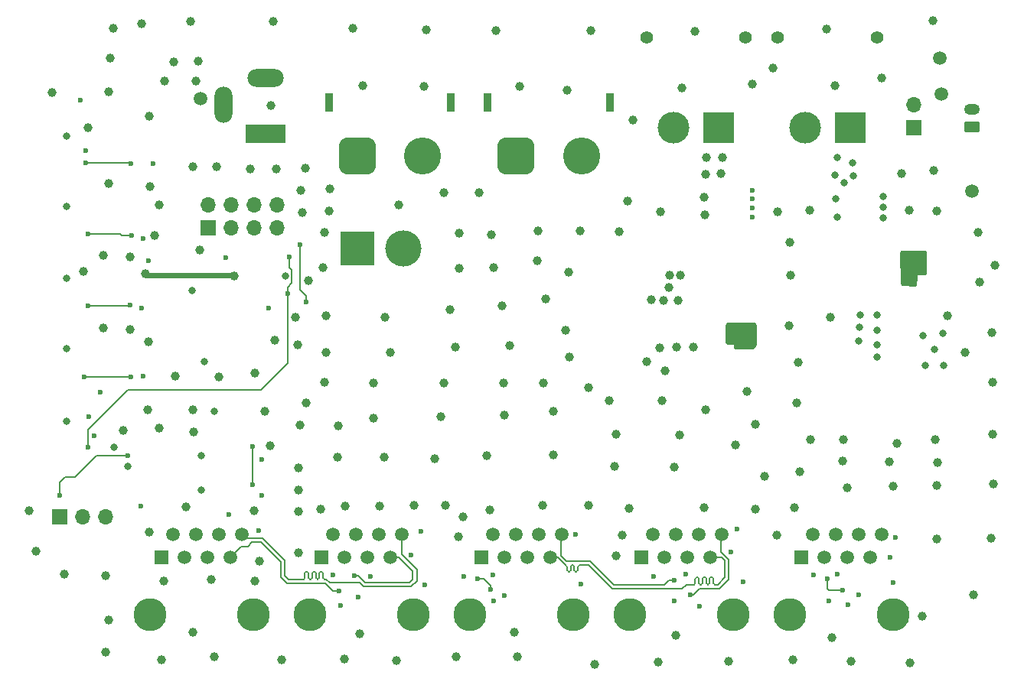
<source format=gbl>
%TF.GenerationSoftware,KiCad,Pcbnew,8.0.5*%
%TF.CreationDate,2024-10-13T14:48:05-04:00*%
%TF.ProjectId,mainBoard,6d61696e-426f-4617-9264-2e6b69636164,rev?*%
%TF.SameCoordinates,Original*%
%TF.FileFunction,Copper,L4,Bot*%
%TF.FilePolarity,Positive*%
%FSLAX46Y46*%
G04 Gerber Fmt 4.6, Leading zero omitted, Abs format (unit mm)*
G04 Created by KiCad (PCBNEW 8.0.5) date 2024-10-13 14:48:05*
%MOMM*%
%LPD*%
G01*
G04 APERTURE LIST*
G04 Aperture macros list*
%AMRoundRect*
0 Rectangle with rounded corners*
0 $1 Rounding radius*
0 $2 $3 $4 $5 $6 $7 $8 $9 X,Y pos of 4 corners*
0 Add a 4 corners polygon primitive as box body*
4,1,4,$2,$3,$4,$5,$6,$7,$8,$9,$2,$3,0*
0 Add four circle primitives for the rounded corners*
1,1,$1+$1,$2,$3*
1,1,$1+$1,$4,$5*
1,1,$1+$1,$6,$7*
1,1,$1+$1,$8,$9*
0 Add four rect primitives between the rounded corners*
20,1,$1+$1,$2,$3,$4,$5,0*
20,1,$1+$1,$4,$5,$6,$7,0*
20,1,$1+$1,$6,$7,$8,$9,0*
20,1,$1+$1,$8,$9,$2,$3,0*%
G04 Aperture macros list end*
%TA.AperFunction,ComponentPad*%
%ADD10R,4.500000X2.000000*%
%TD*%
%TA.AperFunction,ComponentPad*%
%ADD11O,4.000000X2.000000*%
%TD*%
%TA.AperFunction,ComponentPad*%
%ADD12O,2.000000X4.000000*%
%TD*%
%TA.AperFunction,ComponentPad*%
%ADD13RoundRect,0.250000X0.625000X-0.350000X0.625000X0.350000X-0.625000X0.350000X-0.625000X-0.350000X0*%
%TD*%
%TA.AperFunction,ComponentPad*%
%ADD14O,1.750000X1.200000*%
%TD*%
%TA.AperFunction,ComponentPad*%
%ADD15R,0.900000X2.000000*%
%TD*%
%TA.AperFunction,ComponentPad*%
%ADD16RoundRect,1.025000X-1.025000X-1.025000X1.025000X-1.025000X1.025000X1.025000X-1.025000X1.025000X0*%
%TD*%
%TA.AperFunction,ComponentPad*%
%ADD17C,4.100000*%
%TD*%
%TA.AperFunction,ComponentPad*%
%ADD18C,1.400000*%
%TD*%
%TA.AperFunction,ComponentPad*%
%ADD19R,3.500000X3.500000*%
%TD*%
%TA.AperFunction,ComponentPad*%
%ADD20C,3.500000*%
%TD*%
%TA.AperFunction,WasherPad*%
%ADD21C,3.650000*%
%TD*%
%TA.AperFunction,ComponentPad*%
%ADD22R,1.500000X1.500000*%
%TD*%
%TA.AperFunction,ComponentPad*%
%ADD23C,1.500000*%
%TD*%
%TA.AperFunction,ComponentPad*%
%ADD24R,1.700000X1.700000*%
%TD*%
%TA.AperFunction,ComponentPad*%
%ADD25O,1.700000X1.700000*%
%TD*%
%TA.AperFunction,ComponentPad*%
%ADD26R,3.800000X3.800000*%
%TD*%
%TA.AperFunction,ComponentPad*%
%ADD27C,4.000000*%
%TD*%
%TA.AperFunction,ViaPad*%
%ADD28C,0.800000*%
%TD*%
%TA.AperFunction,ViaPad*%
%ADD29C,0.600000*%
%TD*%
%TA.AperFunction,ViaPad*%
%ADD30C,1.000000*%
%TD*%
%TA.AperFunction,ViaPad*%
%ADD31C,1.500000*%
%TD*%
%TA.AperFunction,Conductor*%
%ADD32C,0.200000*%
%TD*%
%TA.AperFunction,Conductor*%
%ADD33C,0.600000*%
%TD*%
G04 APERTURE END LIST*
D10*
%TO.P,J5,1*%
%TO.N,+12V*%
X43075000Y-34095000D03*
D11*
%TO.P,J5,2*%
%TO.N,GND*%
X43075000Y-27895000D03*
D12*
%TO.P,J5,3*%
%TO.N,N/C*%
X38375000Y-30895000D03*
%TD*%
D13*
%TO.P,J21,1,Pin_1*%
%TO.N,+5V*%
X121246571Y-33355001D03*
D14*
%TO.P,J21,2,Pin_2*%
%TO.N,GND*%
X121246571Y-31355001D03*
%TD*%
D15*
%TO.P,J2,*%
%TO.N,*%
X67645000Y-30575000D03*
X81145000Y-30575000D03*
D16*
%TO.P,J2,1,Pin_1*%
%TO.N,+12V*%
X70795000Y-36575000D03*
D17*
%TO.P,J2,2,Pin_2*%
%TO.N,GND*%
X77995000Y-36575000D03*
%TD*%
D18*
%TO.P,J4,*%
%TO.N,*%
X85195000Y-23375000D03*
X96195000Y-23375000D03*
D19*
%TO.P,J4,1,Pin_1*%
%TO.N,+3V3*%
X93195000Y-33375000D03*
D20*
%TO.P,J4,2,Pin_2*%
%TO.N,GND*%
X88195000Y-33375000D03*
%TD*%
D18*
%TO.P,J3,*%
%TO.N,*%
X99745000Y-23375000D03*
X110745000Y-23375000D03*
D19*
%TO.P,J3,1,Pin_1*%
%TO.N,+5V*%
X107745000Y-33375000D03*
D20*
%TO.P,J3,2,Pin_2*%
%TO.N,GND*%
X102745000Y-33375000D03*
%TD*%
D21*
%TO.P,J11,*%
%TO.N,*%
X101030000Y-87345000D03*
X112460000Y-87345000D03*
D22*
%TO.P,J11,1*%
%TO.N,+12V*%
X102300000Y-80995000D03*
D23*
%TO.P,J11,2*%
X103570000Y-78455000D03*
%TO.P,J11,3*%
X104840000Y-80995000D03*
%TO.P,J11,4*%
%TO.N,GND*%
X106110000Y-78455000D03*
%TO.P,J11,5*%
X107380000Y-80995000D03*
%TO.P,J11,6*%
X108650000Y-78455000D03*
%TO.P,J11,7*%
%TO.N,CANP*%
X109920000Y-80995000D03*
%TO.P,J11,8*%
%TO.N,CANN*%
X111190000Y-78455000D03*
%TD*%
D24*
%TO.P,J22,1,Pin_1*%
%TO.N,+5V*%
X114775000Y-33375000D03*
D25*
%TO.P,J22,2,Pin_2*%
%TO.N,GND*%
X114775000Y-30835000D03*
%TD*%
D21*
%TO.P,J7,*%
%TO.N,*%
X30290000Y-87345000D03*
X41720000Y-87345000D03*
D22*
%TO.P,J7,1*%
%TO.N,+12V*%
X31560000Y-80995000D03*
D23*
%TO.P,J7,2*%
X32830000Y-78455000D03*
%TO.P,J7,3*%
X34100000Y-80995000D03*
%TO.P,J7,4*%
%TO.N,GND*%
X35370000Y-78455000D03*
%TO.P,J7,5*%
X36640000Y-80995000D03*
%TO.P,J7,6*%
X37910000Y-78455000D03*
%TO.P,J7,7*%
%TO.N,CANP*%
X39180000Y-80995000D03*
%TO.P,J7,8*%
%TO.N,CANN*%
X40450000Y-78455000D03*
%TD*%
D24*
%TO.P,J23,1,Pin_1*%
%TO.N,unconnected-(J23-Pin_1-Pad1)*%
X36725000Y-44475000D03*
D25*
%TO.P,J23,2,Pin_2*%
%TO.N,unconnected-(J23-Pin_2-Pad2)*%
X36725000Y-41935000D03*
%TO.P,J23,3,Pin_3*%
%TO.N,SDA1*%
X39265000Y-44475000D03*
%TO.P,J23,4,Pin_4*%
%TO.N,unconnected-(J23-Pin_4-Pad4)*%
X39265000Y-41935000D03*
%TO.P,J23,5,Pin_5*%
%TO.N,SCL1*%
X41805000Y-44475000D03*
%TO.P,J23,6,Pin_6*%
%TO.N,GND*%
X41805000Y-41935000D03*
%TO.P,J23,7,Pin_7*%
%TO.N,GPIO_GCLK*%
X44345000Y-44475000D03*
%TO.P,J23,8,Pin_8*%
%TO.N,unconnected-(J23-Pin_8-Pad8)*%
X44345000Y-41935000D03*
%TD*%
D26*
%TO.P,J6,1,Pin_1*%
%TO.N,+12V*%
X53266571Y-46775001D03*
D27*
%TO.P,J6,2,Pin_2*%
%TO.N,GND*%
X58266571Y-46775001D03*
%TD*%
D24*
%TO.P,J12,1,Pin_1*%
%TO.N,C_TX*%
X20296571Y-76475001D03*
D25*
%TO.P,J12,2,Pin_2*%
%TO.N,C_RX*%
X22836571Y-76475001D03*
%TO.P,J12,3,Pin_3*%
%TO.N,GND*%
X25376571Y-76475001D03*
%TD*%
D21*
%TO.P,J9,*%
%TO.N,*%
X65660000Y-87345000D03*
X77090000Y-87345000D03*
D22*
%TO.P,J9,1*%
%TO.N,+12V*%
X66930000Y-80995000D03*
D23*
%TO.P,J9,2*%
X68200000Y-78455000D03*
%TO.P,J9,3*%
X69470000Y-80995000D03*
%TO.P,J9,4*%
%TO.N,GND*%
X70740000Y-78455000D03*
%TO.P,J9,5*%
X72010000Y-80995000D03*
%TO.P,J9,6*%
X73280000Y-78455000D03*
%TO.P,J9,7*%
%TO.N,CANP*%
X74550000Y-80995000D03*
%TO.P,J9,8*%
%TO.N,CANN*%
X75820000Y-78455000D03*
%TD*%
D21*
%TO.P,J10,*%
%TO.N,*%
X83345000Y-87345000D03*
X94775000Y-87345000D03*
D22*
%TO.P,J10,1*%
%TO.N,+12V*%
X84615000Y-80995000D03*
D23*
%TO.P,J10,2*%
X85885000Y-78455000D03*
%TO.P,J10,3*%
X87155000Y-80995000D03*
%TO.P,J10,4*%
%TO.N,GND*%
X88425000Y-78455000D03*
%TO.P,J10,5*%
X89695000Y-80995000D03*
%TO.P,J10,6*%
X90965000Y-78455000D03*
%TO.P,J10,7*%
%TO.N,CANP*%
X92235000Y-80995000D03*
%TO.P,J10,8*%
%TO.N,CANN*%
X93505000Y-78455000D03*
%TD*%
D21*
%TO.P,J8,*%
%TO.N,*%
X47975000Y-87345000D03*
X59405000Y-87345000D03*
D22*
%TO.P,J8,1*%
%TO.N,+12V*%
X49245000Y-80995000D03*
D23*
%TO.P,J8,2*%
X50515000Y-78455000D03*
%TO.P,J8,3*%
X51785000Y-80995000D03*
%TO.P,J8,4*%
%TO.N,GND*%
X53055000Y-78455000D03*
%TO.P,J8,5*%
X54325000Y-80995000D03*
%TO.P,J8,6*%
X55595000Y-78455000D03*
%TO.P,J8,7*%
%TO.N,CANP*%
X56865000Y-80995000D03*
%TO.P,J8,8*%
%TO.N,CANN*%
X58135000Y-78455000D03*
%TD*%
D15*
%TO.P,J1,*%
%TO.N,*%
X50095000Y-30575000D03*
X63595000Y-30575000D03*
D16*
%TO.P,J1,1,Pin_1*%
%TO.N,+12V*%
X53245000Y-36575000D03*
D17*
%TO.P,J1,2,Pin_2*%
%TO.N,GND*%
X60445000Y-36575000D03*
%TD*%
D28*
%TO.N,GND*%
X108685786Y-57014215D03*
X108785786Y-55514215D03*
X108885786Y-54114215D03*
D29*
X112485786Y-83814215D03*
X60685786Y-84014215D03*
X77985786Y-83914215D03*
X95885786Y-83714215D03*
X24785786Y-62714215D03*
D28*
X113885786Y-47814215D03*
D29*
X23185786Y-35914215D03*
D28*
X110685786Y-54114215D03*
D29*
X88285786Y-85814215D03*
D30*
X117334539Y-42613628D03*
X27285786Y-66914215D03*
X79017272Y-22666952D03*
X114355115Y-92696085D03*
D31*
X117785786Y-29714215D03*
D30*
X114252727Y-42520240D03*
D28*
X21050000Y-65950001D03*
D30*
X123292711Y-78866952D03*
X35627875Y-26009177D03*
X44885786Y-92314215D03*
X113385786Y-38514215D03*
D31*
X121185786Y-40414215D03*
D30*
X105085786Y-22514215D03*
X96885786Y-28614215D03*
X47785786Y-50314215D03*
X83685786Y-32514215D03*
X41885817Y-60610179D03*
X60806561Y-22573563D03*
X19485786Y-29514215D03*
D29*
X68185786Y-82914215D03*
D30*
X46585786Y-57414215D03*
X105685786Y-89914215D03*
X76385786Y-29214215D03*
D29*
X51385786Y-86314215D03*
D30*
X25385786Y-91514215D03*
X96322181Y-62598717D03*
D29*
X30085786Y-48114215D03*
D28*
X110685786Y-58814215D03*
D29*
X96885786Y-43314215D03*
D30*
X101185786Y-49714215D03*
X43885786Y-21614215D03*
X86785786Y-42714215D03*
D29*
X42685786Y-74114215D03*
D30*
X88985786Y-49764215D03*
D29*
X29485786Y-60914215D03*
D30*
X25085786Y-47514215D03*
D28*
X96685786Y-55814215D03*
D29*
X103730011Y-82927164D03*
D30*
X122066572Y-50495001D03*
X25685786Y-87914215D03*
X87685786Y-51114215D03*
X34985786Y-64614215D03*
D29*
X22585786Y-30314215D03*
D28*
X35985786Y-73514215D03*
D30*
X43585786Y-68614215D03*
X117285786Y-78914215D03*
X87135786Y-52514215D03*
D29*
X91085786Y-86414215D03*
X112754531Y-78756481D03*
D28*
X21050000Y-34314215D03*
D30*
X37385786Y-92014215D03*
D28*
X110685786Y-57414215D03*
D29*
X23485786Y-65414215D03*
X24085786Y-67514215D03*
X107485786Y-86214215D03*
X42285786Y-78014215D03*
D30*
X76579902Y-49412294D03*
D29*
X112144395Y-80960444D03*
D30*
X35785786Y-46914215D03*
X121385786Y-85114215D03*
D29*
X54685786Y-83114215D03*
D28*
X115385786Y-47814215D03*
D30*
X53485786Y-89414215D03*
X123385786Y-56114215D03*
X30015673Y-64617510D03*
D29*
X108685786Y-85114215D03*
D30*
X31585786Y-92314215D03*
X34985786Y-89314215D03*
X123585786Y-72814215D03*
D28*
X37385786Y-64814215D03*
D30*
X42985786Y-64814215D03*
D28*
X21050000Y-50050001D03*
D29*
X96885786Y-40314215D03*
D30*
X31292577Y-41910081D03*
X34788591Y-21602326D03*
X30785786Y-45314215D03*
X100972916Y-55370465D03*
X17685786Y-80314215D03*
X47136083Y-42761811D03*
X33085786Y-60914215D03*
X106035227Y-28711232D03*
D29*
X85985786Y-83114215D03*
X38685786Y-47814215D03*
X106285786Y-82814215D03*
D30*
X86485786Y-92614215D03*
X30285786Y-39914215D03*
X37685786Y-37714215D03*
X44085786Y-56914215D03*
X79485786Y-92814215D03*
X103251590Y-42520240D03*
X70929573Y-91967657D03*
D29*
X30585786Y-37414215D03*
D30*
X77885786Y-44814215D03*
X68585786Y-22614215D03*
D29*
X50550255Y-82914204D03*
D28*
X34921571Y-51450000D03*
D30*
X46385786Y-54414215D03*
X123535520Y-61608801D03*
X16885786Y-75814215D03*
X99685786Y-42714215D03*
D28*
X110685786Y-55814215D03*
D30*
X123785786Y-48614215D03*
X83085786Y-41514215D03*
X41785786Y-75814215D03*
X87225001Y-60353430D03*
X115685786Y-87514215D03*
X85735786Y-52464215D03*
X35085786Y-67114215D03*
D29*
X96885786Y-42314215D03*
D28*
X36257500Y-59342501D03*
D29*
X69485786Y-85214215D03*
D30*
X20813816Y-82809544D03*
D29*
X59185786Y-80714215D03*
X95185086Y-77872406D03*
D30*
X89085786Y-29014215D03*
X101785786Y-63914215D03*
D28*
X21050000Y-57850001D03*
D30*
X26178193Y-22386787D03*
D28*
X111385786Y-43414215D03*
X113985786Y-49014215D03*
X96585786Y-57014215D03*
D29*
X43385786Y-53414215D03*
D30*
X29390749Y-21863813D03*
X121885786Y-45014215D03*
X60585786Y-28814215D03*
X30185786Y-32114215D03*
X71185786Y-28814215D03*
D28*
X26285786Y-68814215D03*
D30*
X22885786Y-49314215D03*
X118485786Y-54214215D03*
D31*
X117635001Y-25663430D03*
D28*
X35985786Y-69714215D03*
D30*
X90560061Y-22704307D03*
X101385786Y-92314215D03*
D29*
X60220521Y-78071634D03*
D30*
X111185786Y-27914215D03*
D28*
X115285786Y-49014215D03*
D30*
X28085786Y-47714215D03*
X64121568Y-91967657D03*
D29*
X53285786Y-85414215D03*
D30*
X123516842Y-67361518D03*
X28085786Y-55714215D03*
X46985786Y-40314215D03*
D29*
X94574950Y-80350308D03*
D30*
X35385786Y-28214215D03*
X99185786Y-26814215D03*
X34985786Y-37714215D03*
X57585786Y-92414215D03*
D28*
X111385786Y-42214215D03*
D30*
X25085786Y-55614215D03*
X94285786Y-92514215D03*
D28*
X95685786Y-55814215D03*
D30*
X82185786Y-44914215D03*
X31285786Y-66714215D03*
X37892950Y-61008636D03*
X32885786Y-26114215D03*
D29*
X42685786Y-70114215D03*
D30*
X53785786Y-28714215D03*
X34285786Y-75414215D03*
D28*
X111385786Y-41014215D03*
D30*
X105585786Y-54414215D03*
X31885786Y-28214215D03*
D28*
X95585786Y-57014215D03*
D30*
X87735786Y-49764215D03*
X116985786Y-38114215D03*
X107799259Y-92499970D03*
D29*
X68285786Y-85814215D03*
D30*
X25685786Y-29414215D03*
D31*
X35841571Y-30170000D03*
D30*
X30085786Y-57114215D03*
D28*
X45285786Y-49814215D03*
D30*
X23385786Y-33414215D03*
X25685786Y-39614215D03*
D29*
X96885786Y-41314215D03*
D30*
X52685786Y-22414215D03*
X43685786Y-30914215D03*
X101985786Y-59414215D03*
D29*
X105385786Y-85814215D03*
D30*
X70585786Y-89314215D03*
X88735786Y-52564215D03*
D29*
X38985786Y-76214215D03*
D30*
X25885786Y-25714215D03*
D29*
X89585786Y-82814215D03*
D30*
X25385786Y-83014215D03*
D29*
X64985786Y-83114215D03*
X29252973Y-75269986D03*
X29485786Y-45714215D03*
D28*
X27785786Y-70914215D03*
D30*
X51785786Y-92214215D03*
D28*
X21050000Y-42150001D03*
D30*
X116885786Y-21514215D03*
X120485786Y-58314215D03*
D29*
X29385786Y-53414215D03*
D30*
X101085786Y-46114215D03*
D29*
X77391509Y-78445187D03*
D30*
X88485786Y-89614215D03*
D28*
%TO.N,+5V*%
X106285786Y-36714215D03*
X106285786Y-43314215D03*
X107985786Y-37314215D03*
X108085786Y-38714215D03*
X106085786Y-38614215D03*
X107085786Y-39514215D03*
X106185786Y-41314215D03*
D30*
%TO.N,+3V3*%
X91835786Y-36664215D03*
X93585786Y-36714215D03*
X39635786Y-49814215D03*
X91735786Y-38564215D03*
X93485786Y-38464215D03*
X91585786Y-41114215D03*
X91685786Y-43014215D03*
X29785786Y-49595000D03*
D29*
%TO.N,C_TX*%
X27785786Y-69714215D03*
X20285786Y-74114215D03*
%TO.N,CANN*%
X67985786Y-84514215D03*
X90085786Y-85114215D03*
X105185786Y-83314215D03*
X66535786Y-83364215D03*
X106885786Y-84614215D03*
X88285786Y-83514215D03*
%TO.N,CANP*%
X52885786Y-83014215D03*
X51185786Y-84714215D03*
D30*
%TO.N,+12V*%
X70085786Y-57514215D03*
X98285786Y-72014215D03*
X117185786Y-67914215D03*
X74873189Y-69645762D03*
X97285786Y-66214215D03*
X41885786Y-83614215D03*
X61761477Y-70037992D03*
X74020167Y-52377390D03*
X69188881Y-53087141D03*
X56285786Y-54414215D03*
X41385786Y-38014215D03*
X78785786Y-75214215D03*
X103385786Y-67914215D03*
X97285786Y-75614215D03*
X81685786Y-70914215D03*
X82485786Y-78514215D03*
X55037522Y-61717098D03*
X64469661Y-45105557D03*
X112919491Y-68365461D03*
X64485786Y-49014215D03*
X107385786Y-73314215D03*
X49585786Y-61614215D03*
X101585786Y-75514215D03*
X44285786Y-38014215D03*
X51885786Y-75314215D03*
X112485786Y-73114215D03*
X46685786Y-80514215D03*
X68285786Y-48914215D03*
X42385786Y-81414215D03*
X81885786Y-67314215D03*
X47485786Y-37914215D03*
X51085786Y-66414215D03*
X88885786Y-67414215D03*
X83322297Y-75553405D03*
X81085786Y-63614215D03*
X64085786Y-57714215D03*
X49585786Y-45014215D03*
X63473519Y-53585212D03*
X91585786Y-75514215D03*
X69485786Y-65214215D03*
X112085786Y-70414215D03*
X46685786Y-75914215D03*
X117285786Y-73014215D03*
X46685786Y-71114215D03*
X73085786Y-48114215D03*
X86885786Y-63614215D03*
X56158181Y-69925926D03*
X95085786Y-68514215D03*
X76685786Y-58814215D03*
X68085786Y-45214215D03*
X50985786Y-69914215D03*
X64885786Y-76514215D03*
X69381959Y-61661065D03*
X102185786Y-71514215D03*
X76285786Y-55814215D03*
X62985786Y-75214215D03*
X67885786Y-75714215D03*
X78785786Y-62214215D03*
X49785786Y-58314215D03*
X62798086Y-61717098D03*
X49185786Y-75614215D03*
X54985786Y-65614215D03*
X46885786Y-66314215D03*
X99585786Y-78514215D03*
X57785786Y-41914215D03*
X91785786Y-64614215D03*
X59485786Y-75214215D03*
X88285786Y-71014215D03*
X106892835Y-70345292D03*
X49385786Y-48914215D03*
X50085786Y-42614215D03*
X30185786Y-78214215D03*
X47585786Y-63914215D03*
X73785786Y-61714215D03*
X49785786Y-54214215D03*
X73685786Y-75214215D03*
X56885786Y-58314215D03*
X62485786Y-65414215D03*
X81885786Y-80814215D03*
X73185786Y-44814215D03*
X37085786Y-83414215D03*
X50185786Y-40214215D03*
X31785786Y-83614215D03*
X67504855Y-69701795D03*
X117385786Y-70514215D03*
X74885786Y-64814215D03*
X46685786Y-73514215D03*
X62785786Y-40614215D03*
X55685786Y-75314215D03*
X66685786Y-40614215D03*
X64385786Y-78714215D03*
X106985786Y-67914215D03*
D29*
%TO.N,SCL1*%
X46885786Y-46314215D03*
X47585786Y-52714215D03*
%TO.N,SDA1*%
X23385786Y-68814215D03*
X45485786Y-51814215D03*
X45685786Y-47714215D03*
%TO.N,SDAS0*%
X28185786Y-37414215D03*
X23185786Y-37305000D03*
%TO.N,SDAS1*%
X28225000Y-45314215D03*
X23385786Y-45205000D03*
%TO.N,SDAS2*%
X23385786Y-53114215D03*
X28085786Y-53014215D03*
%TO.N,SDAS3*%
X28125000Y-61014215D03*
X22985786Y-61014215D03*
%TO.N,Net-(C16-Pad1)*%
X41585786Y-72914215D03*
X41585786Y-68714215D03*
D28*
%TO.N,Net-(Q1-S)*%
X116085786Y-59714215D03*
X115785786Y-56414215D03*
X117085786Y-57914215D03*
X117985786Y-56214215D03*
X118085786Y-59714215D03*
D30*
%TO.N,Net-(Q2-S)*%
X85235786Y-59314215D03*
X86685786Y-57814215D03*
X88535786Y-57714215D03*
X90435786Y-57714215D03*
%TD*%
D32*
%TO.N,CANP*%
X81392586Y-84439215D02*
X79026686Y-82073315D01*
X89160786Y-84439215D02*
X81392586Y-84439215D01*
X92444854Y-83154329D02*
X92364854Y-83154329D01*
X91644854Y-83154341D02*
X91564854Y-83154341D01*
X93860786Y-83221015D02*
X93092586Y-83989215D01*
X93500885Y-80995000D02*
X93860786Y-81354901D01*
X91865000Y-80995000D02*
X93500885Y-80995000D01*
X92604854Y-83829215D02*
X92604854Y-83314329D01*
X92044854Y-83989215D02*
X91964854Y-83989215D01*
X93860786Y-81354901D02*
X93860786Y-83221015D01*
X92204854Y-83314329D02*
X92204854Y-83829215D01*
X90364854Y-83989215D02*
X89785786Y-83989215D01*
X93092586Y-83989215D02*
X92764854Y-83989215D01*
X90444854Y-83989215D02*
X90364854Y-83989215D01*
X91404854Y-83314341D02*
X91404854Y-83829215D01*
X91804854Y-83829215D02*
X91804854Y-83314341D01*
X89785786Y-83989215D02*
X89610786Y-83989215D01*
X90604854Y-83314341D02*
X90604854Y-83829215D01*
X90844854Y-83154341D02*
X90764854Y-83154341D01*
X91004854Y-83829215D02*
X91004854Y-83314341D01*
X91244854Y-83989215D02*
X91164854Y-83989215D01*
X89610786Y-83989215D02*
X89160786Y-84439215D01*
X91404854Y-83829215D02*
G75*
G02*
X91244854Y-83989154I-159954J15D01*
G01*
X90764854Y-83154341D02*
G75*
G03*
X90604941Y-83314341I46J-159959D01*
G01*
X90604854Y-83829215D02*
G75*
G02*
X90444854Y-83989154I-159954J15D01*
G01*
X91564854Y-83154341D02*
G75*
G03*
X91404941Y-83314341I46J-159959D01*
G01*
X92764854Y-83989215D02*
G75*
G02*
X92604885Y-83829215I46J160015D01*
G01*
X91164854Y-83989215D02*
G75*
G02*
X91004885Y-83829215I46J160015D01*
G01*
X91004854Y-83314341D02*
G75*
G03*
X90844854Y-83154346I-159954J41D01*
G01*
X92604854Y-83314329D02*
G75*
G03*
X92444854Y-83154346I-159954J29D01*
G01*
X92204854Y-83829215D02*
G75*
G02*
X92044854Y-83989154I-159954J15D01*
G01*
X91804854Y-83314341D02*
G75*
G03*
X91644854Y-83154346I-159954J41D01*
G01*
X91964854Y-83989215D02*
G75*
G02*
X91804885Y-83829215I46J160015D01*
G01*
X92364854Y-83154329D02*
G75*
G03*
X92204929Y-83314329I46J-159971D01*
G01*
%TO.N,CANN*%
X93485786Y-80414215D02*
X93485786Y-78805786D01*
X94310786Y-81239215D02*
X93485786Y-80414215D01*
X93485786Y-78805786D02*
X93135000Y-78455000D01*
X94310786Y-83407415D02*
X94310786Y-81239215D01*
X93278986Y-84439215D02*
X94310786Y-83407415D01*
X90085786Y-85114215D02*
X90385786Y-85114215D01*
X90385786Y-85114215D02*
X91060786Y-84439215D01*
X91060786Y-84439215D02*
X93278986Y-84439215D01*
%TO.N,CANP*%
X76245100Y-81839215D02*
X76259960Y-81839215D01*
X75400885Y-80995000D02*
X76245100Y-81839215D01*
X74180000Y-80995000D02*
X75400885Y-80995000D01*
%TO.N,CANN*%
X76360786Y-81389215D02*
X75785786Y-80814215D01*
X78978986Y-81389215D02*
X76360786Y-81389215D01*
X81578986Y-83989215D02*
X78978986Y-81389215D01*
X87685786Y-83514215D02*
X87210786Y-83989215D01*
X88285786Y-83514215D02*
X87685786Y-83514215D01*
X87210786Y-83989215D02*
X81578986Y-83989215D01*
X75785786Y-80814215D02*
X75785786Y-78790786D01*
D33*
%TO.N,+3V3*%
X29785786Y-49595000D02*
X29955001Y-49764215D01*
X29955001Y-49764215D02*
X39585786Y-49764215D01*
X39585786Y-49764215D02*
X39635786Y-49814215D01*
D32*
%TO.N,C_TX*%
X24385786Y-69714215D02*
X27785786Y-69714215D01*
X20885786Y-72114215D02*
X21985786Y-72114215D01*
X20285786Y-72714215D02*
X20885786Y-72114215D01*
X21985786Y-72114215D02*
X24385786Y-69714215D01*
X20285786Y-74114215D02*
X20285786Y-72714215D01*
%TO.N,CANN*%
X59810786Y-82352587D02*
X59810786Y-83607415D01*
X58135000Y-80676801D02*
X59810786Y-82352587D01*
X47265786Y-83396639D02*
X47185786Y-83396639D01*
X45583935Y-83396639D02*
X45210786Y-83023490D01*
X45210786Y-81321015D02*
X42754770Y-78864999D01*
X48065786Y-83396639D02*
X47985786Y-83396639D01*
X40859999Y-78864999D02*
X40450000Y-78455000D01*
X47425786Y-82715161D02*
X47425786Y-83236639D01*
X58135000Y-78455000D02*
X58544999Y-78864999D01*
X48625786Y-83236639D02*
X48625786Y-82715185D01*
X49025786Y-82715161D02*
X49025786Y-83236639D01*
X67985786Y-84514215D02*
X67985786Y-84114215D01*
X50185786Y-83814215D02*
X49768210Y-83396639D01*
X105385786Y-84614215D02*
X105185786Y-84414215D01*
X67235786Y-83364215D02*
X66535786Y-83364215D01*
X59810786Y-83607415D02*
X59178986Y-84239215D01*
X67985786Y-84114215D02*
X67235786Y-83364215D01*
X49768210Y-83396639D02*
X49585786Y-83396639D01*
X45210786Y-83023490D02*
X45210786Y-81321015D01*
X47665786Y-82555161D02*
X47585786Y-82555161D01*
X58135000Y-78455000D02*
X58135000Y-80676801D01*
X48865786Y-83396639D02*
X48785786Y-83396639D01*
X106885786Y-84614215D02*
X105385786Y-84614215D01*
X53892586Y-84239215D02*
X53467586Y-83814215D01*
X48225786Y-82715185D02*
X48225786Y-83236639D01*
X49265786Y-82555161D02*
X49185786Y-82555161D01*
X49425786Y-83236639D02*
X49425786Y-82715161D01*
X45585786Y-83396639D02*
X45583935Y-83396639D01*
X47185786Y-83396639D02*
X45585786Y-83396639D01*
X47825786Y-83236639D02*
X47825786Y-82715161D01*
X53467586Y-83814215D02*
X50185786Y-83814215D01*
X59178986Y-84239215D02*
X53892586Y-84239215D01*
X105185786Y-84414215D02*
X105185786Y-83314215D01*
X48465786Y-82555185D02*
X48385786Y-82555185D01*
X42754770Y-78864999D02*
X40859999Y-78864999D01*
X48385786Y-82555185D02*
G75*
G03*
X48225785Y-82715185I14J-160015D01*
G01*
X47425786Y-83236639D02*
G75*
G02*
X47265786Y-83396586I-159986J39D01*
G01*
X48625786Y-82715185D02*
G75*
G03*
X48465786Y-82555214I-159986J-15D01*
G01*
X48785786Y-83396639D02*
G75*
G02*
X48625761Y-83236639I14J160039D01*
G01*
X47985786Y-83396639D02*
G75*
G02*
X47825761Y-83236639I14J160039D01*
G01*
X49025786Y-83236639D02*
G75*
G02*
X48865786Y-83396586I-159986J39D01*
G01*
X47825786Y-82715161D02*
G75*
G03*
X47665786Y-82555214I-159986J-39D01*
G01*
X49425786Y-82715161D02*
G75*
G03*
X49265786Y-82555214I-159986J-39D01*
G01*
X49185786Y-82555161D02*
G75*
G03*
X49025761Y-82715161I14J-160039D01*
G01*
X48225786Y-83236639D02*
G75*
G02*
X48065786Y-83396586I-159986J39D01*
G01*
X47585786Y-82555161D02*
G75*
G03*
X47425761Y-82715161I14J-160039D01*
G01*
X49585786Y-83396639D02*
G75*
G02*
X49425761Y-83236639I14J160039D01*
G01*
%TO.N,CANP*%
X77219960Y-81999215D02*
X77219960Y-82398476D01*
X52885786Y-83014215D02*
X53303986Y-83014215D01*
X76819960Y-82398476D02*
X76819960Y-81999215D01*
X76979960Y-81839215D02*
X77059960Y-81839215D01*
X50520100Y-84714215D02*
X49652524Y-83846639D01*
X40360785Y-79814215D02*
X39180000Y-80995000D01*
X57816801Y-80995000D02*
X56865000Y-80995000D01*
X76579960Y-82558476D02*
X76659960Y-82558476D01*
X41585000Y-79315001D02*
X41085786Y-79814215D01*
X59360786Y-83421015D02*
X59360786Y-82538985D01*
X78792586Y-81839215D02*
X79026686Y-82073315D01*
X54078986Y-83789215D02*
X58992586Y-83789215D01*
X53303986Y-83014215D02*
X54078986Y-83789215D01*
X44760786Y-83209890D02*
X44760786Y-81507415D01*
X45397535Y-83846639D02*
X44760786Y-83209890D01*
X77379960Y-82558476D02*
X77459960Y-82558476D01*
X58992586Y-83789215D02*
X59360786Y-83421015D01*
X77619960Y-82398476D02*
X77619960Y-81999215D01*
X77779960Y-81839215D02*
X77859960Y-81839215D01*
X41085786Y-79814215D02*
X40360785Y-79814215D01*
X49652524Y-83846639D02*
X45397535Y-83846639D01*
X44760786Y-81507415D02*
X42568372Y-79315001D01*
X42568372Y-79315001D02*
X41585000Y-79315001D01*
X77859960Y-81839215D02*
X78792586Y-81839215D01*
X76419960Y-81999215D02*
X76419960Y-82398476D01*
X51185786Y-84714215D02*
X50520100Y-84714215D01*
X59360786Y-82538985D02*
X57816801Y-80995000D01*
X77059960Y-81839215D02*
G75*
G02*
X77219985Y-81999215I40J-159985D01*
G01*
X77459960Y-82558476D02*
G75*
G03*
X77619976Y-82398476I40J159976D01*
G01*
X76659960Y-82558476D02*
G75*
G03*
X76819976Y-82398476I40J159976D01*
G01*
X76259960Y-81839215D02*
G75*
G02*
X76419985Y-81999215I40J-159985D01*
G01*
X77219960Y-82398476D02*
G75*
G03*
X77379960Y-82558540I160040J-24D01*
G01*
X77619960Y-81999215D02*
G75*
G02*
X77779960Y-81839160I160040J15D01*
G01*
X76419960Y-82398476D02*
G75*
G03*
X76579960Y-82558540I160040J-24D01*
G01*
X76819960Y-81999215D02*
G75*
G02*
X76979960Y-81839160I160040J15D01*
G01*
%TO.N,SCL1*%
X47585786Y-52014215D02*
X46885786Y-51314215D01*
X46885786Y-51314215D02*
X46885786Y-46314215D01*
X47585786Y-52714215D02*
X47585786Y-52014215D01*
%TO.N,SDA1*%
X45485786Y-51114215D02*
X45985786Y-50614215D01*
X45685786Y-48864215D02*
X45685786Y-47714215D01*
X23385786Y-66814215D02*
X23385786Y-68814215D01*
X45485786Y-51814215D02*
X45485786Y-51114215D01*
X45485786Y-59514215D02*
X42585786Y-62414215D01*
X45985786Y-50614215D02*
X45985786Y-49164215D01*
X45985786Y-49164215D02*
X45685786Y-48864215D01*
X42585786Y-62414215D02*
X27785786Y-62414215D01*
X27785786Y-62414215D02*
X23385786Y-66814215D01*
X45485786Y-51814215D02*
X45485786Y-59514215D01*
%TO.N,SDAS0*%
X23185786Y-37305000D02*
X23195001Y-37314215D01*
X23195001Y-37314215D02*
X28085786Y-37314215D01*
X28085786Y-37314215D02*
X28185786Y-37414215D01*
%TO.N,SDAS1*%
X23426571Y-45164215D02*
X23385786Y-45205000D01*
X28225000Y-45314215D02*
X27135786Y-45314215D01*
X26985786Y-45164215D02*
X23426571Y-45164215D01*
X27135786Y-45314215D02*
X26985786Y-45164215D01*
%TO.N,SDAS2*%
X27985786Y-53114215D02*
X28085786Y-53014215D01*
X23385786Y-53114215D02*
X27985786Y-53114215D01*
%TO.N,SDAS3*%
X28125000Y-61014215D02*
X22985786Y-61014215D01*
%TO.N,Net-(C16-Pad1)*%
X41585786Y-72914215D02*
X41585786Y-68714215D01*
%TD*%
%TA.AperFunction,Conductor*%
%TO.N,GND*%
G36*
X116044230Y-47016653D02*
G01*
X116085024Y-47024864D01*
X116130147Y-47043795D01*
X116154159Y-47060077D01*
X116188445Y-47094991D01*
X116204288Y-47119294D01*
X116222398Y-47164758D01*
X116229866Y-47205696D01*
X116231858Y-47230196D01*
X116204310Y-48745351D01*
X116189649Y-49551721D01*
X116184944Y-49583371D01*
X116170344Y-49634734D01*
X116137949Y-49689305D01*
X116111758Y-49715024D01*
X116056610Y-49746420D01*
X116004986Y-49760086D01*
X115973254Y-49764215D01*
X115185786Y-49764215D01*
X115185786Y-49939215D01*
X115185786Y-49939216D01*
X115185786Y-50107807D01*
X115185774Y-50109533D01*
X115185733Y-50112479D01*
X115185638Y-50115915D01*
X115185512Y-50118939D01*
X115185428Y-50120655D01*
X115147576Y-50801998D01*
X115143849Y-50826045D01*
X115133574Y-50865943D01*
X115112569Y-50909582D01*
X115095292Y-50932539D01*
X115059177Y-50964801D01*
X115034424Y-50979390D01*
X114988699Y-50995360D01*
X114947901Y-51001087D01*
X114923590Y-51002089D01*
X113585023Y-50925599D01*
X113554850Y-50920075D01*
X113505883Y-50904654D01*
X113454082Y-50872673D01*
X113429452Y-50847256D01*
X113399118Y-50794480D01*
X113385242Y-50745044D01*
X113380670Y-50714723D01*
X113291364Y-47231748D01*
X113293194Y-47207115D01*
X113300427Y-47165946D01*
X113318364Y-47120172D01*
X113334162Y-47095689D01*
X113368471Y-47060487D01*
X113392546Y-47044064D01*
X113437838Y-47024962D01*
X113478820Y-47016674D01*
X113503391Y-47014215D01*
X116019762Y-47014215D01*
X116044230Y-47016653D01*
G37*
%TD.AperFunction*%
%TD*%
%TA.AperFunction,Conductor*%
%TO.N,GND*%
G36*
X97197757Y-55016596D02*
G01*
X97238132Y-55024627D01*
X97282829Y-55043142D01*
X97306699Y-55059092D01*
X97340908Y-55093301D01*
X97356858Y-55117171D01*
X97375374Y-55161870D01*
X97383403Y-55202235D01*
X97385786Y-55226425D01*
X97385786Y-57435322D01*
X97384096Y-57455724D01*
X97378361Y-57490106D01*
X97370300Y-57513595D01*
X94885786Y-57414215D01*
X94885786Y-57440685D01*
X94691666Y-57434976D01*
X94691660Y-57434975D01*
X94195914Y-57420394D01*
X94164542Y-57415401D01*
X94113659Y-57400421D01*
X94059716Y-57367851D01*
X94034301Y-57341677D01*
X94003332Y-57286801D01*
X93989855Y-57235499D01*
X93985786Y-57203993D01*
X93985786Y-55226425D01*
X93988167Y-55202244D01*
X93996198Y-55161866D01*
X94014713Y-55117171D01*
X94030663Y-55093301D01*
X94064872Y-55059092D01*
X94088742Y-55043142D01*
X94133439Y-55024627D01*
X94173813Y-55016596D01*
X94197997Y-55014215D01*
X97173575Y-55014215D01*
X97197757Y-55016596D01*
G37*
%TD.AperFunction*%
%TD*%
%TA.AperFunction,Conductor*%
%TO.N,GND*%
G36*
X97370301Y-57513595D02*
G01*
X97365122Y-57528691D01*
X97348546Y-57559341D01*
X97337355Y-57576483D01*
X97104532Y-57875827D01*
X97084844Y-57895937D01*
X97048113Y-57925780D01*
X96997883Y-57950347D01*
X96951767Y-57961021D01*
X96923805Y-57964215D01*
X95097997Y-57964215D01*
X95073806Y-57961832D01*
X95058530Y-57958793D01*
X95033442Y-57953803D01*
X94988742Y-57935287D01*
X94964872Y-57919337D01*
X94930663Y-57885128D01*
X94914713Y-57861258D01*
X94896198Y-57816561D01*
X94888167Y-57776186D01*
X94885786Y-57752004D01*
X94885786Y-57634891D01*
X94885786Y-57634889D01*
X94885786Y-57414215D01*
X97370301Y-57513595D01*
G37*
%TD.AperFunction*%
%TD*%
M02*

</source>
